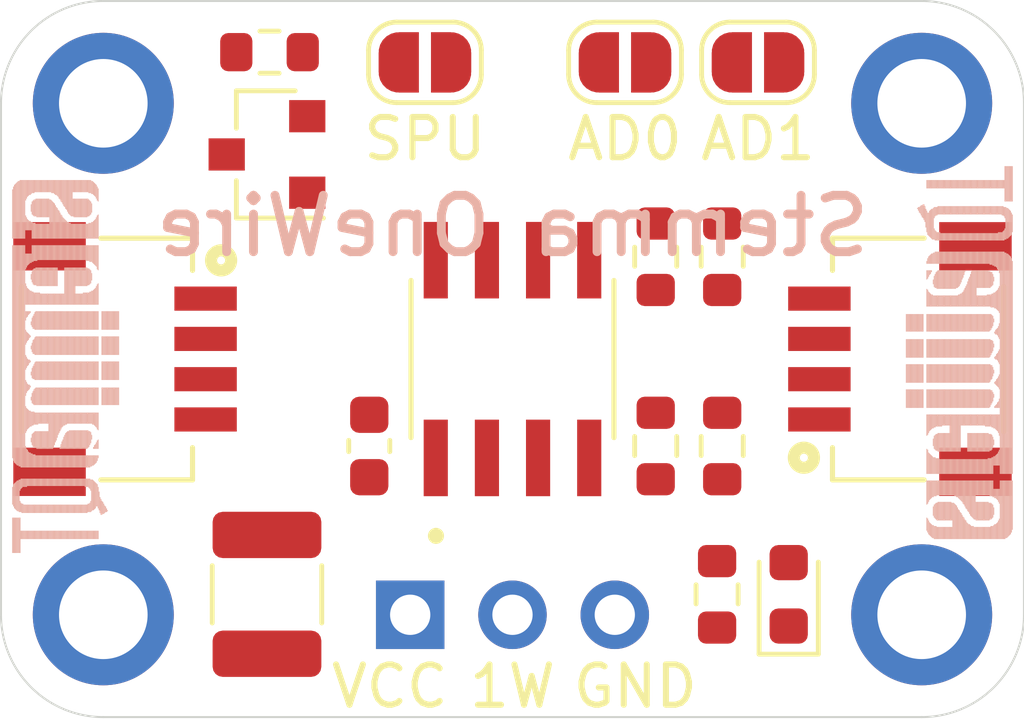
<source format=kicad_pcb>
(kicad_pcb (version 20171130) (host pcbnew 5.1.7-a382d34a8~88~ubuntu18.04.1)
  (layers (0 F.Cu signal) (1 In1.Cu signal hide) (2 In2.Cu signal hide) (31 B.Cu signal) (34 B.Paste user) (35 F.Paste user) (36 B.SilkS user) (37 F.SilkS user) (38 B.Mask user) (39 F.Mask user) (44 Edge.Cuts user))
  (net 0 "")
  (net 1 GND)
  (net 2 VCC)
  (net 3 "Net-(D1-Pad2)")
  (net 4 /SCL)
  (net 5 /SDA)
  (net 6 /1WIRE)
  (net 7 "Net-(JP1-Pad2)")
  (net 8 "Net-(JP2-Pad2)")
  (net 9 "Net-(JP3-Pad1)")
  (net 10 "Net-(Q1-Pad2)")
  (net 11 /PCTLZ)
  (module stemmaqt_shift:STEMMAQT (layer B.Cu) (at 58.674 68.0847 90)
    (fp_text reference U$30 hide)
    (fp_text value "" hide)
  )
  (module stemmaqt_shift:STEMMAQT (layer B.Cu) (at 39.116 59.1947 270)
    (fp_text reference U$31 hide)
    (fp_text value "" hide)
  )
  (module Connector_PinHeader_2.54mm:PinHeader_1x03_P2.54mm_Vertical (layer F.Cu) (at 46.355 69.977 90)
    (fp_text reference J3)
    (fp_text value Conn_01x03_Male)
    (pad 3 thru_hole oval (at 0 5.08 90) (size 1.7 1.7) (drill 1) (layers *.Cu *.Mask) (net 1 GND))
    (pad 2 thru_hole oval (at 0 2.54 90) (size 1.7 1.7) (drill 1) (layers *.Cu *.Mask) (net 6 /1WIRE))
    (pad 1 thru_hole rect (at 0 0 90) (size 1.7 1.7) (drill 1) (layers *.Cu *.Mask) (net 2 VCC))
  )
  (module DS2482S-100:SOIC127P600X175-8N (layer F.Cu) (at 48.895 63.627 90)
    (fp_text reference U1)
    (fp_text value DS2482S-100+)
    (pad 8 smd rect (at 2.455 -1.905 90) (size 1.9 0.6) (layers F.Cu F.Paste F.Mask) (net 7 "Net-(JP1-Pad2)"))
    (pad 7 smd rect (at 2.455 -0.635 90) (size 1.9 0.6) (layers F.Cu F.Paste F.Mask) (net 8 "Net-(JP2-Pad2)"))
    (pad 6 smd rect (at 2.455 0.635 90) (size 1.9 0.6) (layers F.Cu F.Paste F.Mask) (net 11 /PCTLZ))
    (pad 5 smd rect (at 2.455 1.905 90) (size 1.9 0.6) (layers F.Cu F.Paste F.Mask) (net 5 /SDA))
    (pad 4 smd rect (at -2.455 1.905 90) (size 1.9 0.6) (layers F.Cu F.Paste F.Mask) (net 4 /SCL))
    (pad 3 smd rect (at -2.455 0.635 90) (size 1.9 0.6) (layers F.Cu F.Paste F.Mask) (net 1 GND))
    (pad 2 smd rect (at -2.455 -0.635 90) (size 1.9 0.6) (layers F.Cu F.Paste F.Mask) (net 6 /1WIRE))
    (pad 1 smd rect (at -2.455 -1.905 90) (size 1.9 0.6) (layers F.Cu F.Paste F.Mask) (net 2 VCC))
  )
  (module "SM04B-SRSS-TB(LF)(SN):JST_SM04B-SRSS-TB(LF)(SN)" (layer F.Cu) (at 41.275 63.627 270)
    (fp_text reference J2)
    (fp_text value "SM04B-SRSS-TB(LF)(SN)")
    (pad 4 smd rect (at 1.5 0 270) (size 0.6 1.55) (layers F.Cu F.Paste F.Mask) (net 4 /SCL))
    (pad 3 smd rect (at 0.5 0 270) (size 0.6 1.55) (layers F.Cu F.Paste F.Mask) (net 5 /SDA))
    (pad 2 smd rect (at -0.5 0 270) (size 0.6 1.55) (layers F.Cu F.Paste F.Mask) (net 2 VCC))
    (pad 1 smd rect (at -1.5 0 270) (size 0.6 1.55) (layers F.Cu F.Paste F.Mask) (net 1 GND))
    (pad S1 smd rect (at -2.8 3.875 270) (size 1.2 1.8) (layers F.Cu F.Paste F.Mask) (net 1 GND))
    (pad S2 smd rect (at 2.8 3.875 270) (size 1.2 1.8) (layers F.Cu F.Paste F.Mask) (net 1 GND))
  )
  (module "SM04B-SRSS-TB(LF)(SN):JST_SM04B-SRSS-TB(LF)(SN)" (layer F.Cu) (at 56.515 63.627 90)
    (fp_text reference J1)
    (fp_text value "SM04B-SRSS-TB(LF)(SN)")
    (pad 4 smd rect (at 1.5 0 90) (size 0.6 1.55) (layers F.Cu F.Paste F.Mask) (net 4 /SCL))
    (pad 3 smd rect (at 0.5 0 90) (size 0.6 1.55) (layers F.Cu F.Paste F.Mask) (net 5 /SDA))
    (pad 2 smd rect (at -0.5 0 90) (size 0.6 1.55) (layers F.Cu F.Paste F.Mask) (net 2 VCC))
    (pad 1 smd rect (at -1.5 0 90) (size 0.6 1.55) (layers F.Cu F.Paste F.Mask) (net 1 GND))
    (pad S1 smd rect (at -2.8 3.875 90) (size 1.2 1.8) (layers F.Cu F.Paste F.Mask) (net 1 GND))
    (pad S2 smd rect (at 2.8 3.875 90) (size 1.2 1.8) (layers F.Cu F.Paste F.Mask) (net 1 GND))
  )
  (module MountingHole:MountingHole_2.2mm_M2_ISO7380_Pad (layer F.Cu) (at 38.735 57.277)
    (fp_text reference H4)
    (fp_text value MountingHole_Pad)
    (pad 1 thru_hole circle (at 0 0) (size 3.5 3.5) (drill 2.2) (layers *.Cu *.Mask) (net 1 GND))
  )
  (module MountingHole:MountingHole_2.2mm_M2_ISO7380_Pad (layer F.Cu) (at 59.055 69.977)
    (fp_text reference H3)
    (fp_text value MountingHole_Pad)
    (pad 1 thru_hole circle (at 0 0) (size 3.5 3.5) (drill 2.2) (layers *.Cu *.Mask) (net 1 GND))
  )
  (module MountingHole:MountingHole_2.2mm_M2_ISO7380_Pad (layer F.Cu) (at 38.735 69.977)
    (fp_text reference H2)
    (fp_text value MountingHole_Pad)
    (pad 1 thru_hole circle (at 0 0) (size 3.5 3.5) (drill 2.2) (layers *.Cu *.Mask) (net 1 GND))
  )
  (module MountingHole:MountingHole_2.2mm_M2_ISO7380_Pad (layer F.Cu) (at 59.055 57.277 90)
    (fp_text reference H1)
    (fp_text value MountingHole_Pad)
    (pad 1 thru_hole circle (at 0 0 90) (size 3.5 3.5) (drill 2.2) (layers *.Cu *.Mask) (net 1 GND))
  )
  (module Resistor_SMD:R_0603_1608Metric (layer F.Cu) (at 42.862 56.007)
    (fp_text reference R6)
    (fp_text value SPU)
    (pad 2 smd roundrect (at 0.825 0) (size 0.8 0.95) (layers F.Cu F.Paste F.Mask) (net 10 "Net-(Q1-Pad2)"))
    (pad 1 smd roundrect (at -0.825 0) (size 0.8 0.95) (layers F.Cu F.Paste F.Mask) (net 2 VCC))
  )
  (module Resistor_SMD:R_0603_1608Metric (layer F.Cu) (at 52.451 65.786 90)
    (fp_text reference R5)
    (fp_text value 10k)
    (pad 2 smd roundrect (at 0.825 0 90) (size 0.8 0.95) (layers F.Cu F.Paste F.Mask) (net 5 /SDA))
    (pad 1 smd roundrect (at -0.825 0 90) (size 0.8 0.95) (layers F.Cu F.Paste F.Mask) (net 2 VCC))
  )
  (module Resistor_SMD:R_0603_1608Metric (layer F.Cu) (at 54.102 65.786 90)
    (fp_text reference R4)
    (fp_text value 10k)
    (pad 2 smd roundrect (at 0.825 0 90) (size 0.8 0.95) (layers F.Cu F.Paste F.Mask) (net 4 /SCL))
    (pad 1 smd roundrect (at -0.825 0 90) (size 0.8 0.95) (layers F.Cu F.Paste F.Mask) (net 2 VCC))
  )
  (module Resistor_SMD:R_0603_1608Metric (layer F.Cu) (at 53.975 69.469 90)
    (fp_text reference R3)
    (fp_text value 10k)
    (pad 2 smd roundrect (at 0.825 0 90) (size 0.8 0.95) (layers F.Cu F.Paste F.Mask) (net 3 "Net-(D1-Pad2)"))
    (pad 1 smd roundrect (at -0.825 0 90) (size 0.8 0.95) (layers F.Cu F.Paste F.Mask) (net 2 VCC))
  )
  (module Resistor_SMD:R_0603_1608Metric (layer F.Cu) (at 54.102 61.087 270)
    (fp_text reference R2)
    (fp_text value 10k)
    (pad 2 smd roundrect (at 0.825 0 270) (size 0.8 0.95) (layers F.Cu F.Paste F.Mask) (net 1 GND))
    (pad 1 smd roundrect (at -0.825 0 270) (size 0.8 0.95) (layers F.Cu F.Paste F.Mask) (net 8 "Net-(JP2-Pad2)"))
  )
  (module Resistor_SMD:R_0603_1608Metric (layer F.Cu) (at 52.451 61.087 270)
    (fp_text reference R1)
    (fp_text value 10k)
    (pad 2 smd roundrect (at 0.825 0 270) (size 0.8 0.95) (layers F.Cu F.Paste F.Mask) (net 1 GND))
    (pad 1 smd roundrect (at -0.825 0 270) (size 0.8 0.95) (layers F.Cu F.Paste F.Mask) (net 7 "Net-(JP1-Pad2)"))
  )
  (module Package_TO_SOT_SMD:SOT-23 (layer F.Cu) (at 42.799 58.547 180)
    (fp_text reference Q1)
    (fp_text value Q_PMOS_GSD)
    (pad 3 smd rect (at 1 0 180) (size 0.9 0.8) (layers F.Cu F.Paste F.Mask) (net 9 "Net-(JP3-Pad1)"))
    (pad 2 smd rect (at -1 0.95 180) (size 0.9 0.8) (layers F.Cu F.Paste F.Mask) (net 10 "Net-(Q1-Pad2)"))
    (pad 1 smd rect (at -1 -0.95 180) (size 0.9 0.8) (layers F.Cu F.Paste F.Mask) (net 11 /PCTLZ))
  )
  (module Jumper:SolderJumper-2_P1.3mm_Open_RoundedPad1.0x1.5mm (layer F.Cu) (at 46.721 56.261)
    (fp_text reference JP3)
    (fp_text value SPU (at 0 1.9) (layer F.SilkS))
    (pad 2 smd custom (at 0.65 0) (size 1 0.5) (layers F.Cu F.Mask) (net 6 /1WIRE) (options (clearance outline) (anchor rect)) (primitives (gr_circle (center 0 0.25) (end 0.5 0.25) (width 0)) (gr_circle (center 0 -0.25) (end 0.5 -0.25) (width 0)) (gr_poly (pts (xy 0 -0.75) (xy -0.5 -0.75) (xy -0.5 0.75) (xy 0 0.75)) (width 0))))
    (pad 1 smd custom (at -0.65 0) (size 1 0.5) (layers F.Cu F.Mask) (net 9 "Net-(JP3-Pad1)") (options (clearance outline) (anchor rect)) (primitives (gr_circle (center 0 0.25) (end 0.5 0.25) (width 0)) (gr_circle (center 0 -0.25) (end 0.5 -0.25) (width 0)) (gr_poly (pts (xy 0 -0.75) (xy 0.5 -0.75) (xy 0.5 0.75) (xy 0 0.75)) (width 0))))
  )
  (module Jumper:SolderJumper-2_P1.3mm_Open_RoundedPad1.0x1.5mm (layer F.Cu) (at 54.991 56.261)
    (fp_text reference JP2)
    (fp_text value AD1 (at 0 1.9) (layer F.SilkS))
    (pad 2 smd custom (at 0.65 0) (size 1 0.5) (layers F.Cu F.Mask) (net 8 "Net-(JP2-Pad2)") (options (clearance outline) (anchor rect)) (primitives (gr_circle (center 0 0.25) (end 0.5 0.25) (width 0)) (gr_circle (center 0 -0.25) (end 0.5 -0.25) (width 0)) (gr_poly (pts (xy 0 -0.75) (xy -0.5 -0.75) (xy -0.5 0.75) (xy 0 0.75)) (width 0))))
    (pad 1 smd custom (at -0.65 0) (size 1 0.5) (layers F.Cu F.Mask) (net 2 VCC) (options (clearance outline) (anchor rect)) (primitives (gr_circle (center 0 0.25) (end 0.5 0.25) (width 0)) (gr_circle (center 0 -0.25) (end 0.5 -0.25) (width 0)) (gr_poly (pts (xy 0 -0.75) (xy 0.5 -0.75) (xy 0.5 0.75) (xy 0 0.75)) (width 0))))
  )
  (module Jumper:SolderJumper-2_P1.3mm_Open_RoundedPad1.0x1.5mm (layer F.Cu) (at 51.689 56.261)
    (fp_text reference JP1)
    (fp_text value AD0 (at 0 1.9) (layer F.SilkS))
    (pad 2 smd custom (at 0.65 0) (size 1 0.5) (layers F.Cu F.Mask) (net 7 "Net-(JP1-Pad2)") (options (clearance outline) (anchor rect)) (primitives (gr_circle (center 0 0.25) (end 0.5 0.25) (width 0)) (gr_circle (center 0 -0.25) (end 0.5 -0.25) (width 0)) (gr_poly (pts (xy 0 -0.75) (xy -0.5 -0.75) (xy -0.5 0.75) (xy 0 0.75)) (width 0))))
    (pad 1 smd custom (at -0.65 0) (size 1 0.5) (layers F.Cu F.Mask) (net 2 VCC) (options (clearance outline) (anchor rect)) (primitives (gr_circle (center 0 0.25) (end 0.5 0.25) (width 0)) (gr_circle (center 0 -0.25) (end 0.5 -0.25) (width 0)) (gr_poly (pts (xy 0 -0.75) (xy 0.5 -0.75) (xy 0.5 0.75) (xy 0 0.75)) (width 0))))
  )
  (module LED_SMD:LED_0603_1608Metric (layer F.Cu) (at 55.753 69.469 90)
    (fp_text reference D1)
    (fp_text value LED)
    (pad 2 smd roundrect (at 0.7875 0 90) (size 0.875 0.95) (layers F.Cu F.Paste F.Mask) (net 3 "Net-(D1-Pad2)"))
    (pad 1 smd roundrect (at -0.7875 0 90) (size 0.875 0.95) (layers F.Cu F.Paste F.Mask) (net 1 GND))
  )
  (module Capacitor_SMD:C_1210_3225Metric (layer F.Cu) (at 42.799 69.469 270)
    (fp_text reference C2)
    (fp_text value 10uF)
    (pad 2 smd roundrect (at 1.475 0 270) (size 1.15 2.7) (layers F.Cu F.Paste F.Mask) (roundrect_rratio 0.217391) (net 1 GND))
    (pad 1 smd roundrect (at -1.475 0 270) (size 1.15 2.7) (layers F.Cu F.Paste F.Mask) (roundrect_rratio 0.217391) (net 2 VCC))
  )
  (module Capacitor_SMD:C_0603_1608Metric (layer F.Cu) (at 45.339 65.786 90)
    (fp_text reference C1)
    (fp_text value 100nF)
    (pad 2 smd roundrect (at 0.775 0 90) (size 0.9 0.95) (layers F.Cu F.Paste F.Mask) (net 1 GND))
    (pad 1 smd roundrect (at -0.775 0 90) (size 0.9 0.95) (layers F.Cu F.Paste F.Mask) (net 2 VCC))
  )
  (gr_text VCC (at 45.847 71.755) (layer F.SilkS) (effects (font (size 1 1))))
  (gr_text 1W (at 48.895 71.755) (layer F.SilkS) (effects (font (size 1 1))))
  (gr_text GND (at 51.943 71.755) (layer F.SilkS) (effects (font (size 1 1))))
  (gr_text "Stemma OneWire" (at 48.895 60.325) (layer B.SilkS) (effects (font (size 1.39954 1.39954) (thickness 0.22098)) (justify mirror)))
  (gr_arc (start 59.055 57.277) (end 61.595 57.277) (angle -90) (layer Edge.Cuts) (width 0.05))
  (gr_line (start 61.595 69.977) (end 61.595 57.277) (layer Edge.Cuts) (width 0.05))
  (gr_arc (start 38.735 69.977) (end 36.195 69.977) (angle -90) (layer Edge.Cuts) (width 0.05))
  (gr_line (start 36.195 57.277) (end 36.195 69.977) (layer Edge.Cuts) (width 0.05))
  (gr_line (start 59.055 54.737) (end 38.735 54.737) (layer Edge.Cuts) (width 0.05))
  (gr_arc (start 59.055 69.977) (end 59.055 72.517) (angle -90) (layer Edge.Cuts) (width 0.05))
  (gr_line (start 38.735 72.517) (end 59.055 72.517) (layer Edge.Cuts) (width 0.05))
  (gr_arc (start 38.735 57.277) (end 38.735 54.737) (angle -90) (layer Edge.Cuts) (width 0.05))
)
</source>
